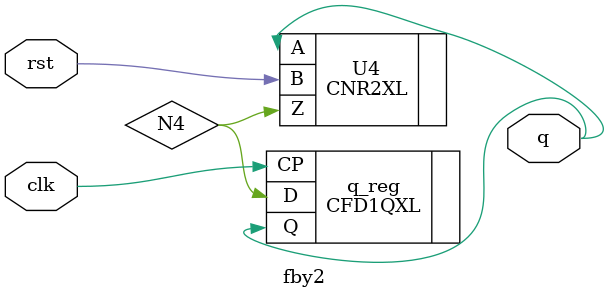
<source format=v>


module fby2 ( clk, rst, q );
  input clk, rst;
  output q;
  wire   N4;

  CFD1QXL q_reg ( .D(N4), .CP(clk), .Q(q) );
  CNR2XL U4 ( .A(q), .B(rst), .Z(N4) );
endmodule


</source>
